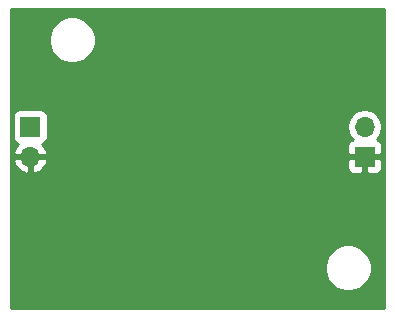
<source format=gbr>
%TF.GenerationSoftware,KiCad,Pcbnew,5.1.6-c6e7f7d~87~ubuntu18.04.1*%
%TF.CreationDate,2021-12-09T15:00:27-08:00*%
%TF.ProjectId,boosted-output-current-reference,626f6f73-7465-4642-9d6f-75747075742d,rev?*%
%TF.SameCoordinates,Original*%
%TF.FileFunction,Copper,L2,Bot*%
%TF.FilePolarity,Positive*%
%FSLAX46Y46*%
G04 Gerber Fmt 4.6, Leading zero omitted, Abs format (unit mm)*
G04 Created by KiCad (PCBNEW 5.1.6-c6e7f7d~87~ubuntu18.04.1) date 2021-12-09 15:00:27*
%MOMM*%
%LPD*%
G01*
G04 APERTURE LIST*
%TA.AperFunction,ComponentPad*%
%ADD10O,1.700000X1.700000*%
%TD*%
%TA.AperFunction,ComponentPad*%
%ADD11R,1.700000X1.700000*%
%TD*%
%TA.AperFunction,ViaPad*%
%ADD12C,0.800000*%
%TD*%
%TA.AperFunction,Conductor*%
%ADD13C,0.254000*%
%TD*%
G04 APERTURE END LIST*
D10*
%TO.P,J2,2*%
%TO.N,/Vout*%
X174117000Y-94488000D03*
D11*
%TO.P,J2,1*%
%TO.N,GND*%
X174117000Y-97028000D03*
%TD*%
D10*
%TO.P,J1,2*%
%TO.N,GND*%
X145796000Y-97018000D03*
D11*
%TO.P,J1,1*%
%TO.N,+12V*%
X145796000Y-94478000D03*
%TD*%
D12*
%TO.N,GND*%
X150114000Y-97409000D03*
X148590000Y-97409000D03*
X163195000Y-97409000D03*
X169545000Y-96266000D03*
X171069000Y-96266000D03*
X160083488Y-98615500D03*
X152192504Y-97362504D03*
X158496000Y-98552000D03*
X152273000Y-102870000D03*
X165227000Y-103759000D03*
X168529000Y-99822000D03*
X171958000Y-90170000D03*
X166624000Y-89535000D03*
X159004000Y-90551000D03*
X154432000Y-90297000D03*
%TD*%
D13*
%TO.N,GND*%
G36*
X175743000Y-109830000D02*
G01*
X144170000Y-109830000D01*
X144170000Y-106230495D01*
X170735000Y-106230495D01*
X170735000Y-106621505D01*
X170811282Y-107005003D01*
X170960915Y-107366250D01*
X171178149Y-107691364D01*
X171454636Y-107967851D01*
X171779750Y-108185085D01*
X172140997Y-108334718D01*
X172524495Y-108411000D01*
X172915505Y-108411000D01*
X173299003Y-108334718D01*
X173660250Y-108185085D01*
X173985364Y-107967851D01*
X174261851Y-107691364D01*
X174479085Y-107366250D01*
X174628718Y-107005003D01*
X174705000Y-106621505D01*
X174705000Y-106230495D01*
X174628718Y-105846997D01*
X174479085Y-105485750D01*
X174261851Y-105160636D01*
X173985364Y-104884149D01*
X173660250Y-104666915D01*
X173299003Y-104517282D01*
X172915505Y-104441000D01*
X172524495Y-104441000D01*
X172140997Y-104517282D01*
X171779750Y-104666915D01*
X171454636Y-104884149D01*
X171178149Y-105160636D01*
X170960915Y-105485750D01*
X170811282Y-105846997D01*
X170735000Y-106230495D01*
X144170000Y-106230495D01*
X144170000Y-97374890D01*
X144354524Y-97374890D01*
X144399175Y-97522099D01*
X144524359Y-97784920D01*
X144698412Y-98018269D01*
X144914645Y-98213178D01*
X145164748Y-98362157D01*
X145439109Y-98459481D01*
X145669000Y-98338814D01*
X145669000Y-97145000D01*
X145923000Y-97145000D01*
X145923000Y-98338814D01*
X146152891Y-98459481D01*
X146427252Y-98362157D01*
X146677355Y-98213178D01*
X146893588Y-98018269D01*
X146998213Y-97878000D01*
X172628928Y-97878000D01*
X172641188Y-98002482D01*
X172677498Y-98122180D01*
X172736463Y-98232494D01*
X172815815Y-98329185D01*
X172912506Y-98408537D01*
X173022820Y-98467502D01*
X173142518Y-98503812D01*
X173267000Y-98516072D01*
X173831250Y-98513000D01*
X173990000Y-98354250D01*
X173990000Y-97155000D01*
X174244000Y-97155000D01*
X174244000Y-98354250D01*
X174402750Y-98513000D01*
X174967000Y-98516072D01*
X175091482Y-98503812D01*
X175211180Y-98467502D01*
X175321494Y-98408537D01*
X175418185Y-98329185D01*
X175497537Y-98232494D01*
X175556502Y-98122180D01*
X175592812Y-98002482D01*
X175605072Y-97878000D01*
X175602000Y-97313750D01*
X175443250Y-97155000D01*
X174244000Y-97155000D01*
X173990000Y-97155000D01*
X172790750Y-97155000D01*
X172632000Y-97313750D01*
X172628928Y-97878000D01*
X146998213Y-97878000D01*
X147067641Y-97784920D01*
X147192825Y-97522099D01*
X147237476Y-97374890D01*
X147116155Y-97145000D01*
X145923000Y-97145000D01*
X145669000Y-97145000D01*
X144475845Y-97145000D01*
X144354524Y-97374890D01*
X144170000Y-97374890D01*
X144170000Y-93628000D01*
X144307928Y-93628000D01*
X144307928Y-95328000D01*
X144320188Y-95452482D01*
X144356498Y-95572180D01*
X144415463Y-95682494D01*
X144494815Y-95779185D01*
X144591506Y-95858537D01*
X144701820Y-95917502D01*
X144782466Y-95941966D01*
X144698412Y-96017731D01*
X144524359Y-96251080D01*
X144399175Y-96513901D01*
X144354524Y-96661110D01*
X144475845Y-96891000D01*
X145669000Y-96891000D01*
X145669000Y-96871000D01*
X145923000Y-96871000D01*
X145923000Y-96891000D01*
X147116155Y-96891000D01*
X147237476Y-96661110D01*
X147192825Y-96513901D01*
X147067641Y-96251080D01*
X147013132Y-96178000D01*
X172628928Y-96178000D01*
X172632000Y-96742250D01*
X172790750Y-96901000D01*
X173990000Y-96901000D01*
X173990000Y-96881000D01*
X174244000Y-96881000D01*
X174244000Y-96901000D01*
X175443250Y-96901000D01*
X175602000Y-96742250D01*
X175605072Y-96178000D01*
X175592812Y-96053518D01*
X175556502Y-95933820D01*
X175497537Y-95823506D01*
X175418185Y-95726815D01*
X175321494Y-95647463D01*
X175211180Y-95588498D01*
X175138620Y-95566487D01*
X175270475Y-95434632D01*
X175432990Y-95191411D01*
X175544932Y-94921158D01*
X175602000Y-94634260D01*
X175602000Y-94341740D01*
X175544932Y-94054842D01*
X175432990Y-93784589D01*
X175270475Y-93541368D01*
X175063632Y-93334525D01*
X174820411Y-93172010D01*
X174550158Y-93060068D01*
X174263260Y-93003000D01*
X173970740Y-93003000D01*
X173683842Y-93060068D01*
X173413589Y-93172010D01*
X173170368Y-93334525D01*
X172963525Y-93541368D01*
X172801010Y-93784589D01*
X172689068Y-94054842D01*
X172632000Y-94341740D01*
X172632000Y-94634260D01*
X172689068Y-94921158D01*
X172801010Y-95191411D01*
X172963525Y-95434632D01*
X173095380Y-95566487D01*
X173022820Y-95588498D01*
X172912506Y-95647463D01*
X172815815Y-95726815D01*
X172736463Y-95823506D01*
X172677498Y-95933820D01*
X172641188Y-96053518D01*
X172628928Y-96178000D01*
X147013132Y-96178000D01*
X146893588Y-96017731D01*
X146809534Y-95941966D01*
X146890180Y-95917502D01*
X147000494Y-95858537D01*
X147097185Y-95779185D01*
X147176537Y-95682494D01*
X147235502Y-95572180D01*
X147271812Y-95452482D01*
X147284072Y-95328000D01*
X147284072Y-93628000D01*
X147271812Y-93503518D01*
X147235502Y-93383820D01*
X147176537Y-93273506D01*
X147097185Y-93176815D01*
X147000494Y-93097463D01*
X146890180Y-93038498D01*
X146770482Y-93002188D01*
X146646000Y-92989928D01*
X144946000Y-92989928D01*
X144821518Y-93002188D01*
X144701820Y-93038498D01*
X144591506Y-93097463D01*
X144494815Y-93176815D01*
X144415463Y-93273506D01*
X144356498Y-93383820D01*
X144320188Y-93503518D01*
X144307928Y-93628000D01*
X144170000Y-93628000D01*
X144170000Y-86926495D01*
X147367000Y-86926495D01*
X147367000Y-87317505D01*
X147443282Y-87701003D01*
X147592915Y-88062250D01*
X147810149Y-88387364D01*
X148086636Y-88663851D01*
X148411750Y-88881085D01*
X148772997Y-89030718D01*
X149156495Y-89107000D01*
X149547505Y-89107000D01*
X149931003Y-89030718D01*
X150292250Y-88881085D01*
X150617364Y-88663851D01*
X150893851Y-88387364D01*
X151111085Y-88062250D01*
X151260718Y-87701003D01*
X151337000Y-87317505D01*
X151337000Y-86926495D01*
X151260718Y-86542997D01*
X151111085Y-86181750D01*
X150893851Y-85856636D01*
X150617364Y-85580149D01*
X150292250Y-85362915D01*
X149931003Y-85213282D01*
X149547505Y-85137000D01*
X149156495Y-85137000D01*
X148772997Y-85213282D01*
X148411750Y-85362915D01*
X148086636Y-85580149D01*
X147810149Y-85856636D01*
X147592915Y-86181750D01*
X147443282Y-86542997D01*
X147367000Y-86926495D01*
X144170000Y-86926495D01*
X144170000Y-84480000D01*
X175743001Y-84480000D01*
X175743000Y-109830000D01*
G37*
X175743000Y-109830000D02*
X144170000Y-109830000D01*
X144170000Y-106230495D01*
X170735000Y-106230495D01*
X170735000Y-106621505D01*
X170811282Y-107005003D01*
X170960915Y-107366250D01*
X171178149Y-107691364D01*
X171454636Y-107967851D01*
X171779750Y-108185085D01*
X172140997Y-108334718D01*
X172524495Y-108411000D01*
X172915505Y-108411000D01*
X173299003Y-108334718D01*
X173660250Y-108185085D01*
X173985364Y-107967851D01*
X174261851Y-107691364D01*
X174479085Y-107366250D01*
X174628718Y-107005003D01*
X174705000Y-106621505D01*
X174705000Y-106230495D01*
X174628718Y-105846997D01*
X174479085Y-105485750D01*
X174261851Y-105160636D01*
X173985364Y-104884149D01*
X173660250Y-104666915D01*
X173299003Y-104517282D01*
X172915505Y-104441000D01*
X172524495Y-104441000D01*
X172140997Y-104517282D01*
X171779750Y-104666915D01*
X171454636Y-104884149D01*
X171178149Y-105160636D01*
X170960915Y-105485750D01*
X170811282Y-105846997D01*
X170735000Y-106230495D01*
X144170000Y-106230495D01*
X144170000Y-97374890D01*
X144354524Y-97374890D01*
X144399175Y-97522099D01*
X144524359Y-97784920D01*
X144698412Y-98018269D01*
X144914645Y-98213178D01*
X145164748Y-98362157D01*
X145439109Y-98459481D01*
X145669000Y-98338814D01*
X145669000Y-97145000D01*
X145923000Y-97145000D01*
X145923000Y-98338814D01*
X146152891Y-98459481D01*
X146427252Y-98362157D01*
X146677355Y-98213178D01*
X146893588Y-98018269D01*
X146998213Y-97878000D01*
X172628928Y-97878000D01*
X172641188Y-98002482D01*
X172677498Y-98122180D01*
X172736463Y-98232494D01*
X172815815Y-98329185D01*
X172912506Y-98408537D01*
X173022820Y-98467502D01*
X173142518Y-98503812D01*
X173267000Y-98516072D01*
X173831250Y-98513000D01*
X173990000Y-98354250D01*
X173990000Y-97155000D01*
X174244000Y-97155000D01*
X174244000Y-98354250D01*
X174402750Y-98513000D01*
X174967000Y-98516072D01*
X175091482Y-98503812D01*
X175211180Y-98467502D01*
X175321494Y-98408537D01*
X175418185Y-98329185D01*
X175497537Y-98232494D01*
X175556502Y-98122180D01*
X175592812Y-98002482D01*
X175605072Y-97878000D01*
X175602000Y-97313750D01*
X175443250Y-97155000D01*
X174244000Y-97155000D01*
X173990000Y-97155000D01*
X172790750Y-97155000D01*
X172632000Y-97313750D01*
X172628928Y-97878000D01*
X146998213Y-97878000D01*
X147067641Y-97784920D01*
X147192825Y-97522099D01*
X147237476Y-97374890D01*
X147116155Y-97145000D01*
X145923000Y-97145000D01*
X145669000Y-97145000D01*
X144475845Y-97145000D01*
X144354524Y-97374890D01*
X144170000Y-97374890D01*
X144170000Y-93628000D01*
X144307928Y-93628000D01*
X144307928Y-95328000D01*
X144320188Y-95452482D01*
X144356498Y-95572180D01*
X144415463Y-95682494D01*
X144494815Y-95779185D01*
X144591506Y-95858537D01*
X144701820Y-95917502D01*
X144782466Y-95941966D01*
X144698412Y-96017731D01*
X144524359Y-96251080D01*
X144399175Y-96513901D01*
X144354524Y-96661110D01*
X144475845Y-96891000D01*
X145669000Y-96891000D01*
X145669000Y-96871000D01*
X145923000Y-96871000D01*
X145923000Y-96891000D01*
X147116155Y-96891000D01*
X147237476Y-96661110D01*
X147192825Y-96513901D01*
X147067641Y-96251080D01*
X147013132Y-96178000D01*
X172628928Y-96178000D01*
X172632000Y-96742250D01*
X172790750Y-96901000D01*
X173990000Y-96901000D01*
X173990000Y-96881000D01*
X174244000Y-96881000D01*
X174244000Y-96901000D01*
X175443250Y-96901000D01*
X175602000Y-96742250D01*
X175605072Y-96178000D01*
X175592812Y-96053518D01*
X175556502Y-95933820D01*
X175497537Y-95823506D01*
X175418185Y-95726815D01*
X175321494Y-95647463D01*
X175211180Y-95588498D01*
X175138620Y-95566487D01*
X175270475Y-95434632D01*
X175432990Y-95191411D01*
X175544932Y-94921158D01*
X175602000Y-94634260D01*
X175602000Y-94341740D01*
X175544932Y-94054842D01*
X175432990Y-93784589D01*
X175270475Y-93541368D01*
X175063632Y-93334525D01*
X174820411Y-93172010D01*
X174550158Y-93060068D01*
X174263260Y-93003000D01*
X173970740Y-93003000D01*
X173683842Y-93060068D01*
X173413589Y-93172010D01*
X173170368Y-93334525D01*
X172963525Y-93541368D01*
X172801010Y-93784589D01*
X172689068Y-94054842D01*
X172632000Y-94341740D01*
X172632000Y-94634260D01*
X172689068Y-94921158D01*
X172801010Y-95191411D01*
X172963525Y-95434632D01*
X173095380Y-95566487D01*
X173022820Y-95588498D01*
X172912506Y-95647463D01*
X172815815Y-95726815D01*
X172736463Y-95823506D01*
X172677498Y-95933820D01*
X172641188Y-96053518D01*
X172628928Y-96178000D01*
X147013132Y-96178000D01*
X146893588Y-96017731D01*
X146809534Y-95941966D01*
X146890180Y-95917502D01*
X147000494Y-95858537D01*
X147097185Y-95779185D01*
X147176537Y-95682494D01*
X147235502Y-95572180D01*
X147271812Y-95452482D01*
X147284072Y-95328000D01*
X147284072Y-93628000D01*
X147271812Y-93503518D01*
X147235502Y-93383820D01*
X147176537Y-93273506D01*
X147097185Y-93176815D01*
X147000494Y-93097463D01*
X146890180Y-93038498D01*
X146770482Y-93002188D01*
X146646000Y-92989928D01*
X144946000Y-92989928D01*
X144821518Y-93002188D01*
X144701820Y-93038498D01*
X144591506Y-93097463D01*
X144494815Y-93176815D01*
X144415463Y-93273506D01*
X144356498Y-93383820D01*
X144320188Y-93503518D01*
X144307928Y-93628000D01*
X144170000Y-93628000D01*
X144170000Y-86926495D01*
X147367000Y-86926495D01*
X147367000Y-87317505D01*
X147443282Y-87701003D01*
X147592915Y-88062250D01*
X147810149Y-88387364D01*
X148086636Y-88663851D01*
X148411750Y-88881085D01*
X148772997Y-89030718D01*
X149156495Y-89107000D01*
X149547505Y-89107000D01*
X149931003Y-89030718D01*
X150292250Y-88881085D01*
X150617364Y-88663851D01*
X150893851Y-88387364D01*
X151111085Y-88062250D01*
X151260718Y-87701003D01*
X151337000Y-87317505D01*
X151337000Y-86926495D01*
X151260718Y-86542997D01*
X151111085Y-86181750D01*
X150893851Y-85856636D01*
X150617364Y-85580149D01*
X150292250Y-85362915D01*
X149931003Y-85213282D01*
X149547505Y-85137000D01*
X149156495Y-85137000D01*
X148772997Y-85213282D01*
X148411750Y-85362915D01*
X148086636Y-85580149D01*
X147810149Y-85856636D01*
X147592915Y-86181750D01*
X147443282Y-86542997D01*
X147367000Y-86926495D01*
X144170000Y-86926495D01*
X144170000Y-84480000D01*
X175743001Y-84480000D01*
X175743000Y-109830000D01*
%TD*%
M02*

</source>
